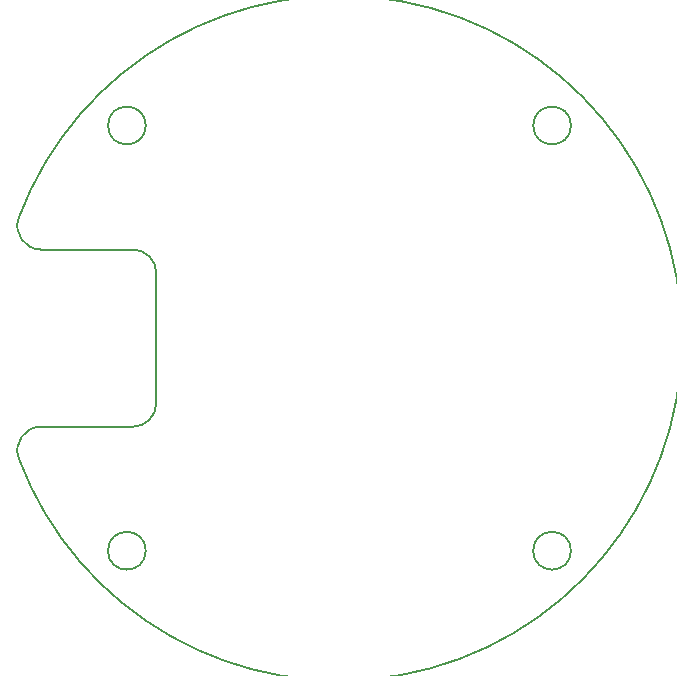
<source format=gbr>
%TF.GenerationSoftware,KiCad,Pcbnew,9.0.0*%
%TF.CreationDate,2025-07-28T18:14:09+09:00*%
%TF.ProjectId,UmiusiThrusterLEDUnit,556d6975-7369-4546-9872-75737465724c,01*%
%TF.SameCoordinates,Original*%
%TF.FileFunction,Profile,NP*%
%FSLAX46Y46*%
G04 Gerber Fmt 4.6, Leading zero omitted, Abs format (unit mm)*
G04 Created by KiCad (PCBNEW 9.0.0) date 2025-07-28 18:14:09*
%MOMM*%
%LPD*%
G01*
G04 APERTURE LIST*
%TA.AperFunction,Profile*%
%ADD10C,0.200000*%
%TD*%
G04 APERTURE END LIST*
D10*
X41600000Y-44000000D02*
G75*
G02*
X38400000Y-44000000I-1600000J0D01*
G01*
X38400000Y-44000000D02*
G75*
G02*
X41600000Y-44000000I1600000J0D01*
G01*
X40500005Y-54500000D02*
G75*
G02*
X42500000Y-56500000I-5J-2000000D01*
G01*
X32726485Y-54500000D02*
G75*
G02*
X30854388Y-51796297I15J2000000D01*
G01*
X41600000Y-80000000D02*
G75*
G02*
X38400000Y-80000000I-1600000J0D01*
G01*
X38400000Y-80000000D02*
G75*
G02*
X41600000Y-80000000I1600000J0D01*
G01*
X30854385Y-51796296D02*
G75*
G02*
X30854385Y-72203704I27145615J-10203704D01*
G01*
X42500000Y-67500000D02*
G75*
G02*
X40492502Y-69499986I-2000000J0D01*
G01*
X30854385Y-72203704D02*
G75*
G02*
X32726496Y-69499997I1872115J703704D01*
G01*
X77600000Y-80000000D02*
G75*
G02*
X74400000Y-80000000I-1600000J0D01*
G01*
X74400000Y-80000000D02*
G75*
G02*
X77600000Y-80000000I1600000J0D01*
G01*
X40492502Y-69500000D02*
X32726496Y-69500000D01*
X42500000Y-56500000D02*
X42500000Y-67500000D01*
X77600000Y-44000000D02*
G75*
G02*
X74400000Y-44000000I-1600000J0D01*
G01*
X74400000Y-44000000D02*
G75*
G02*
X77600000Y-44000000I1600000J0D01*
G01*
X32726485Y-54500000D02*
X40500005Y-54500000D01*
M02*

</source>
